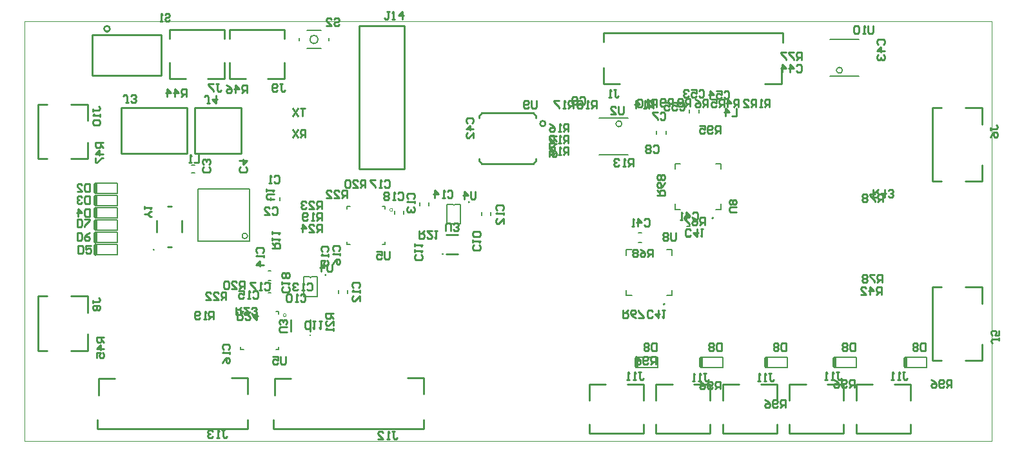
<source format=gbo>
G04*
G04 #@! TF.GenerationSoftware,Altium Limited,Altium Designer,19.1.5 (86)*
G04*
G04 Layer_Color=32896*
%FSLAX44Y44*%
%MOMM*%
G71*
G01*
G75*
%ADD10C,0.1524*%
%ADD11C,0.0000*%
%ADD12C,0.2000*%
%ADD13C,0.1270*%
%ADD15C,0.5000*%
%ADD16C,0.2540*%
%ADD17C,0.1000*%
%ADD111C,0.2032*%
D10*
X292464Y269048D02*
G03*
X292464Y269048I-3592J0D01*
G01*
X1073563Y486664D02*
G03*
X1073563Y486664I-3877J0D01*
G01*
X783911Y416306D02*
G03*
X783911Y416306I-3877J0D01*
G01*
X227440Y330480D02*
X295440D01*
X227440Y262480D02*
Y330480D01*
Y262480D02*
X295440D01*
Y330480D01*
D11*
X483060Y303310D02*
G03*
X483060Y303310I-2000J0D01*
G01*
X170300Y251120D02*
G03*
X170300Y251120I-1000J0D01*
G01*
X343360Y164880D02*
G03*
X343360Y164880I-2000J0D01*
G01*
D12*
X385230Y527050D02*
G03*
X385230Y527050I-5500J0D01*
G01*
X840310Y179430D02*
G03*
X840310Y179430I-1000J0D01*
G01*
X561685Y310890D02*
G03*
X564935Y310890I1625J0D01*
G01*
X373595Y215490D02*
G03*
X376845Y215490I1625J0D01*
G01*
X904220Y292560D02*
G03*
X904220Y292560I-1000J0D01*
G01*
X869220Y269340D02*
X873220D01*
X869220Y281840D02*
X873220D01*
X805720Y272950D02*
X809720D01*
X805720Y260450D02*
X809720D01*
X887730Y109620D02*
X916220D01*
Y96120D02*
Y109620D01*
X887730Y96120D02*
X916220D01*
X972820Y109620D02*
X1001310D01*
Y96120D02*
Y109620D01*
X972820Y96120D02*
X1001310D01*
X1062990Y109620D02*
X1091480D01*
Y96120D02*
Y109620D01*
X1062990Y96120D02*
X1091480D01*
X802640Y109620D02*
X831130D01*
Y96120D02*
Y109620D01*
X802640Y96120D02*
X831130D01*
X1155700Y109620D02*
X1184190D01*
Y96120D02*
Y109620D01*
X1155700Y96120D02*
X1184190D01*
X885090Y431070D02*
Y435070D01*
X872590Y431070D02*
Y435070D01*
X92830Y306005D02*
X121320D01*
Y292505D02*
Y306005D01*
X92830Y292505D02*
X121320D01*
X92830Y322113D02*
X121320D01*
Y308613D02*
Y322113D01*
X92830Y308613D02*
X121320D01*
X92830Y338220D02*
X121320D01*
Y324720D02*
Y338220D01*
X92830Y324720D02*
X121320D01*
X92830Y276418D02*
X121320D01*
Y289918D01*
X92830D02*
X121320D01*
X92830Y244204D02*
X121320D01*
Y257704D01*
X92830D02*
X121320D01*
X370230Y538800D02*
X389230D01*
X360480Y525550D02*
Y528800D01*
X370230Y515550D02*
X389230D01*
X398980Y525550D02*
Y528800D01*
X218980Y351870D02*
X222980D01*
X218980Y361870D02*
X222980D01*
X829410Y403130D02*
Y407130D01*
X841910Y403130D02*
Y407130D01*
X497740Y297720D02*
Y301720D01*
X485240Y297720D02*
Y301720D01*
X564935Y310890D02*
X572392D01*
X554104D02*
X561685D01*
X554104Y284890D02*
Y310890D01*
Y284890D02*
X572392D01*
Y310890D01*
X612040Y296450D02*
Y300450D01*
X599540Y296450D02*
Y300450D01*
X518260Y309150D02*
Y313150D01*
X530760Y309150D02*
Y313150D01*
X92830Y273811D02*
X121320D01*
Y260311D02*
Y273811D01*
X92830Y260311D02*
X121320D01*
X322680Y315500D02*
Y319500D01*
X335180Y315500D02*
Y319500D01*
X319310Y194410D02*
X323310D01*
X319310Y206910D02*
X323310D01*
X319310Y210920D02*
X323310D01*
X319310Y223420D02*
X323310D01*
X376845Y215490D02*
X384302D01*
X366014D02*
X373595D01*
X366014Y189490D02*
Y215490D01*
Y189490D02*
X384302D01*
Y215490D01*
X424080Y193580D02*
Y197580D01*
X411580Y193580D02*
Y197580D01*
D13*
X790010Y190880D02*
X797010D01*
X790010D02*
Y197880D01*
Y250880D02*
X797010D01*
X790010Y243880D02*
Y250880D01*
X843010D02*
X850010D01*
Y243880D02*
Y250880D01*
X843010Y190880D02*
X850010D01*
Y197880D01*
X473310Y304710D02*
Y308210D01*
Y258210D02*
Y261710D01*
X423310Y304710D02*
Y308210D01*
Y258210D02*
Y261710D01*
X469810Y308210D02*
X473310D01*
X469810Y258210D02*
X473310D01*
X423310Y308210D02*
X426810D01*
X423310Y258210D02*
X426810D01*
X333610Y166280D02*
Y169780D01*
Y119780D02*
Y123280D01*
X283610Y166280D02*
Y169780D01*
Y119780D02*
Y123280D01*
X330110Y169780D02*
X333610D01*
X330110Y119780D02*
X333610D01*
X283610Y169780D02*
X287110D01*
X283610Y119780D02*
X287110D01*
X913920Y304010D02*
Y311010D01*
X906920Y304010D02*
X913920D01*
Y357010D02*
Y364010D01*
X906920D02*
X913920D01*
X853920Y357010D02*
Y364010D01*
X860920D01*
X853920Y304010D02*
Y311010D01*
Y304010D02*
X860920D01*
D15*
X887980Y97640D02*
Y108140D01*
X973070Y97640D02*
Y108140D01*
X1063240Y97640D02*
Y108140D01*
X802890Y97640D02*
Y108140D01*
X1155950Y97640D02*
Y108140D01*
X93080Y294025D02*
Y304526D01*
Y310133D02*
Y320633D01*
Y326240D02*
Y336740D01*
Y277898D02*
Y288398D01*
Y245684D02*
Y256184D01*
Y261791D02*
Y272291D01*
D16*
X111760Y541020D02*
G03*
X111760Y541020I-3810J0D01*
G01*
X683804Y416560D02*
G03*
X683804Y416560I-3592J0D01*
G01*
X548779Y245410D02*
G03*
X548779Y245410I-359J0D01*
G01*
X583060Y313482D02*
G03*
X583078Y313368I359J0D01*
G01*
X374829Y138575D02*
G03*
X374829Y138575I-359J0D01*
G01*
X394970Y218082D02*
G03*
X394988Y217968I359J0D01*
G01*
X438658Y356870D02*
X498602D01*
Y544830D01*
X438658D02*
X498602D01*
X438658Y356870D02*
Y544830D01*
X223520Y377698D02*
X284480D01*
Y437642D01*
X223520D02*
X284480D01*
X223520Y377698D02*
Y437642D01*
X88392Y480060D02*
X179070D01*
X88392Y533400D02*
X179070D01*
X88392Y480060D02*
Y533400D01*
X179070Y480060D02*
Y533400D01*
X671322Y424180D02*
Y426720D01*
X667512Y430530D02*
X671322Y426720D01*
X600202Y430530D02*
X667512D01*
X596392Y426720D02*
X600202Y430530D01*
X596392Y424180D02*
Y426720D01*
X671322Y368046D02*
Y370586D01*
X667512Y364236D02*
X671322Y368046D01*
X600202Y364236D02*
X667512D01*
X596392Y368046D02*
X600202Y364236D01*
X596392Y368046D02*
Y370586D01*
X95412Y15772D02*
X292544D01*
X96746Y82042D02*
X118526D01*
X96746Y60134D02*
Y82042D01*
X292798Y61278D02*
Y82550D01*
X271526D02*
X292798D01*
X292544Y15772D02*
Y27622D01*
X95412Y15772D02*
Y28004D01*
X553500Y245410D02*
X568740D01*
X553500Y270810D02*
X568740D01*
X326552Y15772D02*
X523684D01*
X327886Y82042D02*
X349666D01*
X327886Y60134D02*
Y82042D01*
X523938Y61278D02*
Y82550D01*
X502666D02*
X523938D01*
X523684Y15772D02*
Y27622D01*
X326552Y15772D02*
Y28004D01*
X187260Y254950D02*
X192340D01*
X173290Y274000D02*
Y289240D01*
X187260Y308290D02*
X192340D01*
X206310Y274000D02*
Y289240D01*
X374470Y143655D02*
Y158895D01*
X349070Y143655D02*
Y158895D01*
X127000Y377698D02*
X213360D01*
Y437642D01*
X127000D02*
X213360D01*
X127000Y377698D02*
Y437642D01*
X1091470Y9656D02*
X1162970D01*
X1091470D02*
Y21888D01*
X1162970Y9656D02*
Y21506D01*
X1141698Y74656D02*
X1162970D01*
Y53384D02*
Y74656D01*
X1091470Y52748D02*
Y74656D01*
X1113250D01*
X1003840Y9656D02*
X1075340D01*
X1003840D02*
Y21888D01*
X1075340Y9656D02*
Y21506D01*
X1054068Y74656D02*
X1075340D01*
Y53384D02*
Y74656D01*
X1003840Y52748D02*
Y74656D01*
X1025620D01*
X828580Y9656D02*
X900080D01*
X828580D02*
Y21888D01*
X900080Y9656D02*
Y21506D01*
X878808Y74656D02*
X900080D01*
Y53384D02*
Y74656D01*
X828580Y52748D02*
Y74656D01*
X850360D01*
X916210Y9656D02*
X987710D01*
X916210D02*
Y21888D01*
X987710Y9656D02*
Y21506D01*
X966438Y74656D02*
X987710D01*
Y53384D02*
Y74656D01*
X916210Y52748D02*
Y74656D01*
X937990D01*
X740950Y9656D02*
X812450D01*
X740950D02*
Y21888D01*
X812450Y9656D02*
Y21506D01*
X791178Y74656D02*
X812450D01*
Y53384D02*
Y74656D01*
X740950Y52748D02*
Y74656D01*
X762730D01*
X971804Y469138D02*
X993584D01*
Y491046D01*
X760032Y468630D02*
Y489902D01*
Y468630D02*
X781304D01*
X760286Y523558D02*
Y535408D01*
X994918Y523176D02*
Y535408D01*
X760286D02*
X994918D01*
X17276Y118650D02*
Y190150D01*
X29508D01*
X17276Y118650D02*
X29126D01*
X82276D02*
Y139922D01*
X61004Y118650D02*
X82276D01*
X60368Y190150D02*
X82276D01*
Y168370D02*
Y190150D01*
X17296Y370550D02*
Y442050D01*
X29528D01*
X17296Y370550D02*
X29146D01*
X82296D02*
Y391822D01*
X61024Y370550D02*
X82296D01*
X60388Y442050D02*
X82296D01*
Y420270D02*
Y442050D01*
X190310Y540234D02*
X261810D01*
Y528002D02*
Y540234D01*
X190310Y528384D02*
Y540234D01*
Y475234D02*
X211582D01*
X190310D02*
Y496506D01*
X261810Y475234D02*
Y497142D01*
X240030Y475234D02*
X261810D01*
X1256538Y415354D02*
Y437134D01*
X1234630D02*
X1256538D01*
X1235266Y340678D02*
X1256538D01*
Y361950D01*
X1191538Y340678D02*
X1203388D01*
X1191538Y437388D02*
X1203770D01*
X1191538Y340678D02*
Y437388D01*
X268950Y540234D02*
X340450D01*
Y528002D02*
Y540234D01*
X268950Y528384D02*
Y540234D01*
Y475234D02*
X290222D01*
X268950D02*
Y496506D01*
X340450Y475234D02*
Y497142D01*
X318670Y475234D02*
X340450D01*
X1256538Y180404D02*
Y202184D01*
X1234630D02*
X1256538D01*
X1235266Y105728D02*
X1256538D01*
Y127000D01*
X1191538Y105728D02*
X1203388D01*
X1191538Y202438D02*
X1203770D01*
X1191538Y105728D02*
Y202438D01*
X877001Y298907D02*
X878668Y300573D01*
X882000D01*
X883666Y298907D01*
Y292242D01*
X882000Y290576D01*
X878668D01*
X877001Y292242D01*
X868671Y290576D02*
Y300573D01*
X873669Y295574D01*
X867005D01*
X863672Y290576D02*
X860340D01*
X862006D01*
Y300573D01*
X863672Y298907D01*
X813502Y290017D02*
X815168Y291683D01*
X818500D01*
X820166Y290017D01*
Y283352D01*
X818500Y281686D01*
X815168D01*
X813502Y283352D01*
X805171Y281686D02*
Y291683D01*
X810169Y286684D01*
X803505D01*
X800172Y281686D02*
X796840D01*
X798506D01*
Y291683D01*
X800172Y290017D01*
X368300Y398780D02*
Y408777D01*
X363302D01*
X361636Y407111D01*
Y403778D01*
X363302Y402112D01*
X368300D01*
X364968D02*
X361636Y398780D01*
X358303Y408777D02*
X351639Y398780D01*
Y408777D02*
X358303Y398780D01*
X368300Y436717D02*
X361636D01*
X364968D01*
Y426720D01*
X358303Y436717D02*
X351639Y426720D01*
Y436717D02*
X358303Y426720D01*
X828620Y100330D02*
Y110327D01*
X823622D01*
X821955Y108661D01*
Y105328D01*
X823622Y103662D01*
X828620D01*
X825288D02*
X821955Y100330D01*
X818623Y101996D02*
X816957Y100330D01*
X813625D01*
X811959Y101996D01*
Y108661D01*
X813625Y110327D01*
X816957D01*
X818623Y108661D01*
Y106994D01*
X816957Y105328D01*
X811959D01*
X801962Y110327D02*
X805294Y108661D01*
X808626Y105328D01*
Y101996D01*
X806960Y100330D01*
X803628D01*
X801962Y101996D01*
Y103662D01*
X803628Y105328D01*
X808626D01*
X913130Y67945D02*
Y77942D01*
X908132D01*
X906466Y76276D01*
Y72943D01*
X908132Y71277D01*
X913130D01*
X909798D02*
X906466Y67945D01*
X903133Y69611D02*
X901467Y67945D01*
X898135D01*
X896469Y69611D01*
Y76276D01*
X898135Y77942D01*
X901467D01*
X903133Y76276D01*
Y74609D01*
X901467Y72943D01*
X896469D01*
X886472Y77942D02*
X889804Y76276D01*
X893136Y72943D01*
Y69611D01*
X891470Y67945D01*
X888138D01*
X886472Y69611D01*
Y71277D01*
X888138Y72943D01*
X893136D01*
X998340Y43688D02*
Y53685D01*
X993342D01*
X991675Y52019D01*
Y48686D01*
X993342Y47020D01*
X998340D01*
X995008D02*
X991675Y43688D01*
X988343Y45354D02*
X986677Y43688D01*
X983345D01*
X981679Y45354D01*
Y52019D01*
X983345Y53685D01*
X986677D01*
X988343Y52019D01*
Y50353D01*
X986677Y48686D01*
X981679D01*
X971682Y53685D02*
X975014Y52019D01*
X978346Y48686D01*
Y45354D01*
X976680Y43688D01*
X973348D01*
X971682Y45354D01*
Y47020D01*
X973348Y48686D01*
X978346D01*
X1088970Y69850D02*
Y79847D01*
X1083972D01*
X1082306Y78181D01*
Y74848D01*
X1083972Y73182D01*
X1088970D01*
X1085638D02*
X1082306Y69850D01*
X1078973Y71516D02*
X1077307Y69850D01*
X1073975D01*
X1072309Y71516D01*
Y78181D01*
X1073975Y79847D01*
X1077307D01*
X1078973Y78181D01*
Y76515D01*
X1077307Y74848D01*
X1072309D01*
X1062312Y79847D02*
X1065644Y78181D01*
X1068976Y74848D01*
Y71516D01*
X1067310Y69850D01*
X1063978D01*
X1062312Y71516D01*
Y73182D01*
X1063978Y74848D01*
X1068976D01*
X1216660Y69850D02*
Y79847D01*
X1211662D01*
X1209995Y78181D01*
Y74848D01*
X1211662Y73182D01*
X1216660D01*
X1213328D02*
X1209995Y69850D01*
X1206663Y71516D02*
X1204997Y69850D01*
X1201665D01*
X1199999Y71516D01*
Y78181D01*
X1201665Y79847D01*
X1204997D01*
X1206663Y78181D01*
Y76515D01*
X1204997Y74848D01*
X1199999D01*
X1190002Y79847D02*
X1193334Y78181D01*
X1196666Y74848D01*
Y71516D01*
X1195000Y69850D01*
X1191668D01*
X1190002Y71516D01*
Y73182D01*
X1191668Y74848D01*
X1196666D01*
X479104Y563717D02*
X475772D01*
X477438D01*
Y555386D01*
X475772Y553720D01*
X474106D01*
X472440Y555386D01*
X482437Y553720D02*
X485769D01*
X484103D01*
Y563717D01*
X482437Y562051D01*
X495766Y553720D02*
Y563717D01*
X490767Y558718D01*
X497432D01*
X829564Y128361D02*
Y118364D01*
X824566D01*
X822899Y120030D01*
Y126695D01*
X824566Y128361D01*
X829564D01*
X819567Y126695D02*
X817901Y128361D01*
X814569D01*
X812903Y126695D01*
Y125028D01*
X814569Y123362D01*
X812903Y121696D01*
Y120030D01*
X814569Y118364D01*
X817901D01*
X819567Y120030D01*
Y121696D01*
X817901Y123362D01*
X819567Y125028D01*
Y126695D01*
X817901Y123362D02*
X814569D01*
X914654Y128361D02*
Y118364D01*
X909656D01*
X907990Y120030D01*
Y126695D01*
X909656Y128361D01*
X914654D01*
X904657Y126695D02*
X902991Y128361D01*
X899659D01*
X897993Y126695D01*
Y125028D01*
X899659Y123362D01*
X897993Y121696D01*
Y120030D01*
X899659Y118364D01*
X902991D01*
X904657Y120030D01*
Y121696D01*
X902991Y123362D01*
X904657Y125028D01*
Y126695D01*
X902991Y123362D02*
X899659D01*
X999744Y128361D02*
Y118364D01*
X994746D01*
X993080Y120030D01*
Y126695D01*
X994746Y128361D01*
X999744D01*
X989747Y126695D02*
X988081Y128361D01*
X984749D01*
X983083Y126695D01*
Y125028D01*
X984749Y123362D01*
X983083Y121696D01*
Y120030D01*
X984749Y118364D01*
X988081D01*
X989747Y120030D01*
Y121696D01*
X988081Y123362D01*
X989747Y125028D01*
Y126695D01*
X988081Y123362D02*
X984749D01*
X1089914Y128361D02*
Y118364D01*
X1084916D01*
X1083250Y120030D01*
Y126695D01*
X1084916Y128361D01*
X1089914D01*
X1079917Y126695D02*
X1078251Y128361D01*
X1074919D01*
X1073253Y126695D01*
Y125028D01*
X1074919Y123362D01*
X1073253Y121696D01*
Y120030D01*
X1074919Y118364D01*
X1078251D01*
X1079917Y120030D01*
Y121696D01*
X1078251Y123362D01*
X1079917Y125028D01*
Y126695D01*
X1078251Y123362D02*
X1074919D01*
X1182624Y128361D02*
Y118364D01*
X1177626D01*
X1175959Y120030D01*
Y126695D01*
X1177626Y128361D01*
X1182624D01*
X1172627Y126695D02*
X1170961Y128361D01*
X1167629D01*
X1165963Y126695D01*
Y125028D01*
X1167629Y123362D01*
X1165963Y121696D01*
Y120030D01*
X1167629Y118364D01*
X1170961D01*
X1172627Y120030D01*
Y121696D01*
X1170961Y123362D01*
X1172627Y125028D01*
Y126695D01*
X1170961Y123362D02*
X1167629D01*
X913130Y403860D02*
Y413857D01*
X908132D01*
X906466Y412191D01*
Y408858D01*
X908132Y407192D01*
X913130D01*
X909798D02*
X906466Y403860D01*
X903133Y405526D02*
X901467Y403860D01*
X898135D01*
X896469Y405526D01*
Y412191D01*
X898135Y413857D01*
X901467D01*
X903133Y412191D01*
Y410524D01*
X901467Y408858D01*
X896469D01*
X886472Y413857D02*
X893136D01*
Y408858D01*
X889804Y410524D01*
X888138D01*
X886472Y408858D01*
Y405526D01*
X888138Y403860D01*
X891470D01*
X893136Y405526D01*
X934720Y436717D02*
Y426720D01*
X928055D01*
X919725D02*
Y436717D01*
X924723Y431718D01*
X918059D01*
X859475Y442671D02*
X861142Y444337D01*
X864474D01*
X866140Y442671D01*
Y436006D01*
X864474Y434340D01*
X861142D01*
X859475Y436006D01*
X849479Y444337D02*
X856143D01*
Y439338D01*
X852811Y441004D01*
X851145D01*
X849479Y439338D01*
Y436006D01*
X851145Y434340D01*
X854477D01*
X856143Y436006D01*
X839482Y444337D02*
X846146D01*
Y439338D01*
X842814Y441004D01*
X841148D01*
X839482Y439338D01*
Y436006D01*
X841148Y434340D01*
X844480D01*
X846146Y436006D01*
X917896Y457911D02*
X919562Y459577D01*
X922894D01*
X924560Y457911D01*
Y451246D01*
X922894Y449580D01*
X919562D01*
X917896Y451246D01*
X907899Y459577D02*
X914563D01*
Y454578D01*
X911231Y456245D01*
X909565D01*
X907899Y454578D01*
Y451246D01*
X909565Y449580D01*
X912897D01*
X914563Y451246D01*
X899568Y449580D02*
Y459577D01*
X904566Y454578D01*
X897902D01*
X884875Y459181D02*
X886542Y460847D01*
X889874D01*
X891540Y459181D01*
Y452516D01*
X889874Y450850D01*
X886542D01*
X884875Y452516D01*
X874879Y460847D02*
X881543D01*
Y455848D01*
X878211Y457514D01*
X876545D01*
X874879Y455848D01*
Y452516D01*
X876545Y450850D01*
X879877D01*
X881543Y452516D01*
X871546Y459181D02*
X869880Y460847D01*
X866548D01*
X864882Y459181D01*
Y457514D01*
X866548Y455848D01*
X868214D01*
X866548D01*
X864882Y454182D01*
Y452516D01*
X866548Y450850D01*
X869880D01*
X871546Y452516D01*
X854710Y272887D02*
Y264556D01*
X853044Y262890D01*
X849712D01*
X848046Y264556D01*
Y272887D01*
X844713Y271221D02*
X843047Y272887D01*
X839715D01*
X838049Y271221D01*
Y269555D01*
X839715Y267888D01*
X838049Y266222D01*
Y264556D01*
X839715Y262890D01*
X843047D01*
X844713Y264556D01*
Y266222D01*
X843047Y267888D01*
X844713Y269555D01*
Y271221D01*
X843047Y267888D02*
X839715D01*
X258766Y13807D02*
X262098D01*
X260432D01*
Y5476D01*
X262098Y3810D01*
X263764D01*
X265430Y5476D01*
X255433Y3810D02*
X252101D01*
X253767D01*
Y13807D01*
X255433Y12141D01*
X247103D02*
X245436Y13807D01*
X242104D01*
X240438Y12141D01*
Y10474D01*
X242104Y8808D01*
X243770D01*
X242104D01*
X240438Y7142D01*
Y5476D01*
X242104Y3810D01*
X245436D01*
X247103Y5476D01*
X482285Y12537D02*
X485618D01*
X483952D01*
Y4206D01*
X485618Y2540D01*
X487284D01*
X488950Y4206D01*
X478953Y2540D02*
X475621D01*
X477287D01*
Y12537D01*
X478953Y10871D01*
X463958Y2540D02*
X470623D01*
X463958Y9204D01*
Y10871D01*
X465624Y12537D01*
X468956D01*
X470623Y10871D01*
X773115Y460847D02*
X776448D01*
X774782D01*
Y452516D01*
X776448Y450850D01*
X778114D01*
X779780Y452516D01*
X769783Y450850D02*
X766451D01*
X768117D01*
Y460847D01*
X769783Y459181D01*
X1126490Y313690D02*
Y323687D01*
X1121492D01*
X1119826Y322021D01*
Y318688D01*
X1121492Y317022D01*
X1126490D01*
X1123158D02*
X1119826Y313690D01*
X1116493Y323687D02*
X1109829D01*
Y322021D01*
X1116493Y315356D01*
Y313690D01*
X1106496Y322021D02*
X1104830Y323687D01*
X1101498D01*
X1099832Y322021D01*
Y320354D01*
X1101498Y318688D01*
X1099832Y317022D01*
Y315356D01*
X1101498Y313690D01*
X1104830D01*
X1106496Y315356D01*
Y317022D01*
X1104830Y318688D01*
X1106496Y320354D01*
Y322021D01*
X1104830Y318688D02*
X1101498D01*
X166777Y294320D02*
X165111D01*
X161778Y297652D01*
X165111Y300984D01*
X166777D01*
X161778Y297652D02*
X156780D01*
Y304317D02*
Y307649D01*
Y305983D01*
X166777D01*
X165111Y304317D01*
X478790Y248757D02*
Y240426D01*
X477124Y238760D01*
X473792D01*
X472126Y240426D01*
Y248757D01*
X462129D02*
X468793D01*
Y243758D01*
X465461Y245424D01*
X463795D01*
X462129Y243758D01*
Y240426D01*
X463795Y238760D01*
X467127D01*
X468793Y240426D01*
X342422Y110327D02*
Y101996D01*
X340756Y100330D01*
X337424D01*
X335758Y101996D01*
Y110327D01*
X325761D02*
X332425D01*
Y105328D01*
X329093Y106994D01*
X327427D01*
X325761Y105328D01*
Y101996D01*
X327427Y100330D01*
X330759D01*
X332425Y101996D01*
X671830Y446877D02*
Y438546D01*
X670164Y436880D01*
X666832D01*
X665165Y438546D01*
Y446877D01*
X661833Y438546D02*
X660167Y436880D01*
X656835D01*
X655169Y438546D01*
Y445211D01*
X656835Y446877D01*
X660167D01*
X661833Y445211D01*
Y443545D01*
X660167Y441878D01*
X655169D01*
X1113790Y544667D02*
Y536336D01*
X1112124Y534670D01*
X1108792D01*
X1107125Y536336D01*
Y544667D01*
X1103793Y534670D02*
X1100461D01*
X1102127D01*
Y544667D01*
X1103793Y543001D01*
X1095463D02*
X1093796Y544667D01*
X1090464D01*
X1088798Y543001D01*
Y536336D01*
X1090464Y534670D01*
X1093796D01*
X1095463Y536336D01*
Y543001D01*
X934707Y300130D02*
X926376D01*
X924710Y301796D01*
Y305128D01*
X926376Y306794D01*
X934707D01*
X933041Y310127D02*
X934707Y311793D01*
Y315125D01*
X933041Y316791D01*
X931375D01*
X929708Y315125D01*
X928042Y316791D01*
X926376D01*
X924710Y315125D01*
Y311793D01*
X926376Y310127D01*
X928042D01*
X929708Y311793D01*
X931375Y310127D01*
X933041D01*
X929708Y311793D02*
Y315125D01*
X403730Y232097D02*
Y223766D01*
X402064Y222100D01*
X398732D01*
X397066Y223766D01*
Y232097D01*
X388735Y222100D02*
Y232097D01*
X393733Y227098D01*
X387069D01*
X591820Y327497D02*
Y319166D01*
X590154Y317500D01*
X586822D01*
X585155Y319166D01*
Y327497D01*
X576825Y317500D02*
Y327497D01*
X581823Y322498D01*
X575159D01*
X344127Y142605D02*
X335796D01*
X334130Y144271D01*
Y147604D01*
X335796Y149270D01*
X344127D01*
X342461Y152602D02*
X344127Y154268D01*
Y157600D01*
X342461Y159266D01*
X340794D01*
X339128Y157600D01*
Y155934D01*
Y157600D01*
X337462Y159266D01*
X335796D01*
X334130Y157600D01*
Y154268D01*
X335796Y152602D01*
X552450Y275753D02*
Y284084D01*
X554116Y285750D01*
X557448D01*
X559114Y284084D01*
Y275753D01*
X562447Y277419D02*
X564113Y275753D01*
X567445D01*
X569111Y277419D01*
Y279086D01*
X567445Y280752D01*
X565779D01*
X567445D01*
X569111Y282418D01*
Y284084D01*
X567445Y285750D01*
X564113D01*
X562447Y284084D01*
X786130Y439257D02*
Y430926D01*
X784464Y429260D01*
X781132D01*
X779465Y430926D01*
Y439257D01*
X769469Y429260D02*
X776133D01*
X769469Y435924D01*
Y437591D01*
X771135Y439257D01*
X774467D01*
X776133Y437591D01*
X327497Y317500D02*
X319166D01*
X317500Y319166D01*
Y322498D01*
X319166Y324165D01*
X327497D01*
X317500Y327497D02*
Y330829D01*
Y329163D01*
X327497D01*
X325831Y327497D01*
X406086Y553161D02*
X407752Y554827D01*
X411084D01*
X412750Y553161D01*
Y551494D01*
X411084Y549828D01*
X407752D01*
X406086Y548162D01*
Y546496D01*
X407752Y544830D01*
X411084D01*
X412750Y546496D01*
X396089Y544830D02*
X402753D01*
X396089Y551494D01*
Y553161D01*
X397755Y554827D01*
X401087D01*
X402753Y553161D01*
X183836Y559511D02*
X185502Y561177D01*
X188834D01*
X190500Y559511D01*
Y557845D01*
X188834Y556178D01*
X185502D01*
X183836Y554512D01*
Y552846D01*
X185502Y551180D01*
X188834D01*
X190500Y552846D01*
X180503Y551180D02*
X177171D01*
X178837D01*
Y561177D01*
X180503Y559511D01*
X1125910Y208280D02*
Y218277D01*
X1120912D01*
X1119246Y216611D01*
Y213278D01*
X1120912Y211612D01*
X1125910D01*
X1122578D02*
X1119246Y208280D01*
X1115913Y218277D02*
X1109249D01*
Y216611D01*
X1115913Y209946D01*
Y208280D01*
X1105916Y216611D02*
X1104250Y218277D01*
X1100918D01*
X1099252Y216611D01*
Y214944D01*
X1100918Y213278D01*
X1099252Y211612D01*
Y209946D01*
X1100918Y208280D01*
X1104250D01*
X1105916Y209946D01*
Y211612D01*
X1104250Y213278D01*
X1105916Y214944D01*
Y216611D01*
X1104250Y213278D02*
X1100918D01*
X1019810Y500380D02*
Y510377D01*
X1014812D01*
X1013146Y508711D01*
Y505378D01*
X1014812Y503712D01*
X1019810D01*
X1016478D02*
X1013146Y500380D01*
X1009813Y510377D02*
X1003149D01*
Y508711D01*
X1009813Y502046D01*
Y500380D01*
X999816Y510377D02*
X993152D01*
Y508711D01*
X999816Y502046D01*
Y500380D01*
X698500Y400050D02*
X688503D01*
Y395052D01*
X690169Y393386D01*
X693502D01*
X695168Y395052D01*
Y400050D01*
Y396718D02*
X698500Y393386D01*
X688503Y390053D02*
Y383389D01*
X690169D01*
X696834Y390053D01*
X698500D01*
X688503Y373392D02*
Y380056D01*
X693502D01*
X691835Y376724D01*
Y375058D01*
X693502Y373392D01*
X696834D01*
X698500Y375058D01*
Y378390D01*
X696834Y380056D01*
X824540Y241560D02*
Y251557D01*
X819542D01*
X817876Y249891D01*
Y246558D01*
X819542Y244892D01*
X824540D01*
X821208D02*
X817876Y241560D01*
X807879Y251557D02*
X811211Y249891D01*
X814543Y246558D01*
Y243226D01*
X812877Y241560D01*
X809545D01*
X807879Y243226D01*
Y244892D01*
X809545Y246558D01*
X814543D01*
X804546Y249891D02*
X802880Y251557D01*
X799548D01*
X797882Y249891D01*
Y248225D01*
X799548Y246558D01*
X797882Y244892D01*
Y243226D01*
X799548Y241560D01*
X802880D01*
X804546Y243226D01*
Y244892D01*
X802880Y246558D01*
X804546Y248225D01*
Y249891D01*
X802880Y246558D02*
X799548D01*
X830580Y322580D02*
X840577D01*
Y327578D01*
X838911Y329244D01*
X835578D01*
X833912Y327578D01*
Y322580D01*
Y325912D02*
X830580Y329244D01*
X840577Y339241D02*
X838911Y335909D01*
X835578Y332577D01*
X832246D01*
X830580Y334243D01*
Y337575D01*
X832246Y339241D01*
X833912D01*
X835578Y337575D01*
Y332577D01*
X838911Y342574D02*
X840577Y344240D01*
Y347572D01*
X838911Y349238D01*
X837244D01*
X835578Y347572D01*
X833912Y349238D01*
X832246D01*
X830580Y347572D01*
Y344240D01*
X832246Y342574D01*
X833912D01*
X835578Y344240D01*
X837244Y342574D01*
X838911D01*
X835578Y344240D02*
Y347572D01*
X785550Y171450D02*
Y161453D01*
X790548D01*
X792215Y163119D01*
Y166452D01*
X790548Y168118D01*
X785550D01*
X788882D02*
X792215Y171450D01*
X802211Y161453D02*
X798879Y163119D01*
X795547Y166452D01*
Y169784D01*
X797213Y171450D01*
X800545D01*
X802211Y169784D01*
Y168118D01*
X800545Y166452D01*
X795547D01*
X805544Y161453D02*
X812208D01*
Y163119D01*
X805544Y169784D01*
Y171450D01*
X892810Y283210D02*
Y293207D01*
X887812D01*
X886145Y291541D01*
Y288208D01*
X887812Y286542D01*
X892810D01*
X889478D02*
X886145Y283210D01*
X876149Y293207D02*
X879481Y291541D01*
X882813Y288208D01*
Y284876D01*
X881147Y283210D01*
X877815D01*
X876149Y284876D01*
Y286542D01*
X877815Y288208D01*
X882813D01*
X872816Y293207D02*
X866152D01*
Y291541D01*
X872816Y284876D01*
Y283210D01*
X102870Y391850D02*
X92873D01*
Y386852D01*
X94539Y385186D01*
X97872D01*
X99538Y386852D01*
Y391850D01*
Y388518D02*
X102870Y385186D01*
Y376855D02*
X92873D01*
X97872Y381853D01*
Y375189D01*
X92873Y371856D02*
Y365192D01*
X94539D01*
X101204Y371856D01*
X102870D01*
X291520Y457200D02*
Y467197D01*
X286522D01*
X284855Y465531D01*
Y462198D01*
X286522Y460532D01*
X291520D01*
X288188D02*
X284855Y457200D01*
X276525D02*
Y467197D01*
X281523Y462198D01*
X274859D01*
X264862Y467197D02*
X268194Y465531D01*
X271526Y462198D01*
Y458866D01*
X269860Y457200D01*
X266528D01*
X264862Y458866D01*
Y460532D01*
X266528Y462198D01*
X271526D01*
X104140Y136000D02*
X94143D01*
Y131002D01*
X95809Y129335D01*
X99142D01*
X100808Y131002D01*
Y136000D01*
Y132668D02*
X104140Y129335D01*
Y121005D02*
X94143D01*
X99142Y126003D01*
Y119339D01*
X94143Y109342D02*
Y116006D01*
X99142D01*
X97476Y112674D01*
Y111008D01*
X99142Y109342D01*
X102474D01*
X104140Y111008D01*
Y114340D01*
X102474Y116006D01*
X212090Y452120D02*
Y462117D01*
X207092D01*
X205425Y460451D01*
Y457118D01*
X207092Y455452D01*
X212090D01*
X208758D02*
X205425Y452120D01*
X197095D02*
Y462117D01*
X202093Y457118D01*
X195429D01*
X187098Y452120D02*
Y462117D01*
X192096Y457118D01*
X185432D01*
X1113790Y330200D02*
Y320203D01*
X1118788D01*
X1120454Y321869D01*
Y325202D01*
X1118788Y326868D01*
X1113790D01*
X1117122D02*
X1120454Y330200D01*
X1128785D02*
Y320203D01*
X1123787Y325202D01*
X1130451D01*
X1133784Y321869D02*
X1135450Y320203D01*
X1138782D01*
X1140448Y321869D01*
Y323535D01*
X1138782Y325202D01*
X1137116D01*
X1138782D01*
X1140448Y326868D01*
Y328534D01*
X1138782Y330200D01*
X1135450D01*
X1133784Y328534D01*
X1124640Y191770D02*
Y201767D01*
X1119642D01*
X1117975Y200101D01*
Y196768D01*
X1119642Y195102D01*
X1124640D01*
X1121308D02*
X1117975Y191770D01*
X1109645D02*
Y201767D01*
X1114643Y196768D01*
X1107979D01*
X1097982Y191770D02*
X1104646D01*
X1097982Y198435D01*
Y200101D01*
X1099648Y201767D01*
X1102980D01*
X1104646Y200101D01*
X279400Y168910D02*
Y158913D01*
X284398D01*
X286064Y160579D01*
Y163912D01*
X284398Y165578D01*
X279400D01*
X282732D02*
X286064Y168910D01*
X296061D02*
X289397D01*
X296061Y162246D01*
Y160579D01*
X294395Y158913D01*
X291063D01*
X289397Y160579D01*
X304392Y168910D02*
Y158913D01*
X299394Y163912D01*
X306058D01*
X389890Y274320D02*
Y284317D01*
X384892D01*
X383226Y282651D01*
Y279318D01*
X384892Y277652D01*
X389890D01*
X386558D02*
X383226Y274320D01*
X373229D02*
X379893D01*
X373229Y280984D01*
Y282651D01*
X374895Y284317D01*
X378227D01*
X379893Y282651D01*
X364898Y274320D02*
Y284317D01*
X369896Y279318D01*
X363232D01*
X277765Y175380D02*
Y165383D01*
X282763D01*
X284429Y167049D01*
Y170382D01*
X282763Y172048D01*
X277765D01*
X281097D02*
X284429Y175380D01*
X294426D02*
X287762D01*
X294426Y168715D01*
Y167049D01*
X292760Y165383D01*
X289428D01*
X287762Y167049D01*
X297759D02*
X299425Y165383D01*
X302757D01*
X304423Y167049D01*
Y168715D01*
X302757Y170382D01*
X301091D01*
X302757D01*
X304423Y172048D01*
Y173714D01*
X302757Y175380D01*
X299425D01*
X297759Y173714D01*
X389890Y304800D02*
Y314797D01*
X384892D01*
X383226Y313131D01*
Y309798D01*
X384892Y308132D01*
X389890D01*
X386558D02*
X383226Y304800D01*
X373229D02*
X379893D01*
X373229Y311465D01*
Y313131D01*
X374895Y314797D01*
X378227D01*
X379893Y313131D01*
X369896D02*
X368230Y314797D01*
X364898D01*
X363232Y313131D01*
Y311465D01*
X364898Y309798D01*
X366564D01*
X364898D01*
X363232Y308132D01*
Y306466D01*
X364898Y304800D01*
X368230D01*
X369896Y306466D01*
X264160Y185420D02*
Y195417D01*
X259162D01*
X257495Y193751D01*
Y190418D01*
X259162Y188752D01*
X264160D01*
X260828D02*
X257495Y185420D01*
X247499D02*
X254163D01*
X247499Y192085D01*
Y193751D01*
X249165Y195417D01*
X252497D01*
X254163Y193751D01*
X237502Y185420D02*
X244166D01*
X237502Y192085D01*
Y193751D01*
X239168Y195417D01*
X242500D01*
X244166Y193751D01*
X422910Y318770D02*
Y328767D01*
X417912D01*
X416245Y327101D01*
Y323768D01*
X417912Y322102D01*
X422910D01*
X419578D02*
X416245Y318770D01*
X406249D02*
X412913D01*
X406249Y325434D01*
Y327101D01*
X407915Y328767D01*
X411247D01*
X412913Y327101D01*
X396252Y318770D02*
X402916D01*
X396252Y325434D01*
Y327101D01*
X397918Y328767D01*
X401250D01*
X402916Y327101D01*
X405130Y167640D02*
X395133D01*
Y162642D01*
X396799Y160975D01*
X400132D01*
X401798Y162642D01*
Y167640D01*
Y164308D02*
X405130Y160975D01*
Y150979D02*
Y157643D01*
X398465Y150979D01*
X396799D01*
X395133Y152645D01*
Y155977D01*
X396799Y157643D01*
X405130Y147646D02*
Y144314D01*
Y145980D01*
X395133D01*
X396799Y147646D01*
X518160Y275590D02*
Y265593D01*
X523158D01*
X524824Y267259D01*
Y270592D01*
X523158Y272258D01*
X518160D01*
X521492D02*
X524824Y275590D01*
X534821D02*
X528157D01*
X534821Y268925D01*
Y267259D01*
X533155Y265593D01*
X529823D01*
X528157Y267259D01*
X538154Y275590D02*
X541486D01*
X539820D01*
Y265593D01*
X538154Y267259D01*
X288290Y199970D02*
Y209967D01*
X283292D01*
X281625Y208301D01*
Y204968D01*
X283292Y203302D01*
X288290D01*
X284958D02*
X281625Y199970D01*
X271629D02*
X278293D01*
X271629Y206635D01*
Y208301D01*
X273295Y209967D01*
X276627D01*
X278293Y208301D01*
X268296D02*
X266630Y209967D01*
X263298D01*
X261632Y208301D01*
Y201636D01*
X263298Y199970D01*
X266630D01*
X268296Y201636D01*
Y208301D01*
X447040Y332740D02*
Y342737D01*
X442042D01*
X440376Y341071D01*
Y337738D01*
X442042Y336072D01*
X447040D01*
X443708D02*
X440376Y332740D01*
X430379D02*
X437043D01*
X430379Y339404D01*
Y341071D01*
X432045Y342737D01*
X435377D01*
X437043Y341071D01*
X427046D02*
X425380Y342737D01*
X422048D01*
X420382Y341071D01*
Y334406D01*
X422048Y332740D01*
X425380D01*
X427046Y334406D01*
Y341071D01*
X248015Y159900D02*
Y169897D01*
X243017D01*
X241351Y168231D01*
Y164898D01*
X243017Y163232D01*
X248015D01*
X244683D02*
X241351Y159900D01*
X238018D02*
X234686D01*
X236352D01*
Y169897D01*
X238018Y168231D01*
X229688Y161566D02*
X228022Y159900D01*
X224689D01*
X223023Y161566D01*
Y168231D01*
X224689Y169897D01*
X228022D01*
X229688Y168231D01*
Y166565D01*
X228022Y164898D01*
X223023D01*
X389890Y289560D02*
Y299557D01*
X384892D01*
X383226Y297891D01*
Y294558D01*
X384892Y292892D01*
X389890D01*
X386558D02*
X383226Y289560D01*
X379893D02*
X376561D01*
X378227D01*
Y299557D01*
X379893Y297891D01*
X371563Y291226D02*
X369896Y289560D01*
X366564D01*
X364898Y291226D01*
Y297891D01*
X366564Y299557D01*
X369896D01*
X371563Y297891D01*
Y296224D01*
X369896Y294558D01*
X364898D01*
X750570Y436880D02*
Y446877D01*
X745572D01*
X743905Y445211D01*
Y441878D01*
X745572Y440212D01*
X750570D01*
X747238D02*
X743905Y436880D01*
X740573D02*
X737241D01*
X738907D01*
Y446877D01*
X740573Y445211D01*
X732243D02*
X730576Y446877D01*
X727244D01*
X725578Y445211D01*
Y443545D01*
X727244Y441878D01*
X725578Y440212D01*
Y438546D01*
X727244Y436880D01*
X730576D01*
X732243Y438546D01*
Y440212D01*
X730576Y441878D01*
X732243Y443545D01*
Y445211D01*
X730576Y441878D02*
X727244D01*
X720090Y436880D02*
Y446877D01*
X715092D01*
X713426Y445211D01*
Y441878D01*
X715092Y440212D01*
X720090D01*
X716758D02*
X713426Y436880D01*
X710093D02*
X706761D01*
X708427D01*
Y446877D01*
X710093Y445211D01*
X701763Y446877D02*
X695098D01*
Y445211D01*
X701763Y438546D01*
Y436880D01*
X713740Y406400D02*
Y416397D01*
X708742D01*
X707076Y414731D01*
Y411398D01*
X708742Y409732D01*
X713740D01*
X710408D02*
X707076Y406400D01*
X703743D02*
X700411D01*
X702077D01*
Y416397D01*
X703743Y414731D01*
X688748Y416397D02*
X692080Y414731D01*
X695413Y411398D01*
Y408066D01*
X693746Y406400D01*
X690414D01*
X688748Y408066D01*
Y409732D01*
X690414Y411398D01*
X695413D01*
X713740Y375920D02*
Y385917D01*
X708742D01*
X707076Y384251D01*
Y380918D01*
X708742Y379252D01*
X713740D01*
X710408D02*
X707076Y375920D01*
X703743D02*
X700411D01*
X702077D01*
Y385917D01*
X703743Y384251D01*
X688748Y385917D02*
X695413D01*
Y380918D01*
X692080Y382584D01*
X690414D01*
X688748Y380918D01*
Y377586D01*
X690414Y375920D01*
X693746D01*
X695413Y377586D01*
X825500Y436880D02*
Y446877D01*
X820502D01*
X818836Y445211D01*
Y441878D01*
X820502Y440212D01*
X825500D01*
X822168D02*
X818836Y436880D01*
X815503D02*
X812171D01*
X813837D01*
Y446877D01*
X815503Y445211D01*
X802174Y436880D02*
Y446877D01*
X807173Y441878D01*
X800508D01*
X798830Y360680D02*
Y370677D01*
X793832D01*
X792166Y369011D01*
Y365678D01*
X793832Y364012D01*
X798830D01*
X795498D02*
X792166Y360680D01*
X788833D02*
X785501D01*
X787167D01*
Y370677D01*
X788833Y369011D01*
X780503D02*
X778836Y370677D01*
X775504D01*
X773838Y369011D01*
Y367345D01*
X775504Y365678D01*
X777170D01*
X775504D01*
X773838Y364012D01*
Y362346D01*
X775504Y360680D01*
X778836D01*
X780503Y362346D01*
X713740Y391160D02*
Y401157D01*
X708742D01*
X707076Y399491D01*
Y396158D01*
X708742Y394492D01*
X713740D01*
X710408D02*
X707076Y391160D01*
X703743D02*
X700411D01*
X702077D01*
Y401157D01*
X703743Y399491D01*
X688748Y391160D02*
X695413D01*
X688748Y397825D01*
Y399491D01*
X690414Y401157D01*
X693746D01*
X695413Y399491D01*
X325120Y253310D02*
X335117D01*
Y258308D01*
X333451Y259974D01*
X330118D01*
X328452Y258308D01*
Y253310D01*
Y256642D02*
X325120Y259974D01*
Y263307D02*
Y266639D01*
Y264973D01*
X335117D01*
X333451Y263307D01*
X325120Y271637D02*
Y274970D01*
Y273304D01*
X335117D01*
X333451Y271637D01*
X829310Y438730D02*
Y448727D01*
X824312D01*
X822645Y447061D01*
Y443728D01*
X824312Y442062D01*
X829310D01*
X825978D02*
X822645Y438730D01*
X819313D02*
X815981D01*
X817647D01*
Y448727D01*
X819313Y447061D01*
X810983D02*
X809316Y448727D01*
X805984D01*
X804318Y447061D01*
Y440396D01*
X805984Y438730D01*
X809316D01*
X810983Y440396D01*
Y447061D01*
X850900Y439420D02*
Y449417D01*
X845902D01*
X844236Y447751D01*
Y444418D01*
X845902Y442752D01*
X850900D01*
X847568D02*
X844236Y439420D01*
X840903Y441086D02*
X839237Y439420D01*
X835905D01*
X834239Y441086D01*
Y447751D01*
X835905Y449417D01*
X839237D01*
X840903Y447751D01*
Y446085D01*
X839237Y444418D01*
X834239D01*
X873760Y439420D02*
Y449417D01*
X868762D01*
X867095Y447751D01*
Y444418D01*
X868762Y442752D01*
X873760D01*
X870428D02*
X867095Y439420D01*
X863763Y447751D02*
X862097Y449417D01*
X858765D01*
X857099Y447751D01*
Y446085D01*
X858765Y444418D01*
X857099Y442752D01*
Y441086D01*
X858765Y439420D01*
X862097D01*
X863763Y441086D01*
Y442752D01*
X862097Y444418D01*
X863763Y446085D01*
Y447751D01*
X862097Y444418D02*
X858765D01*
X896620Y438150D02*
Y448147D01*
X891622D01*
X889956Y446481D01*
Y443148D01*
X891622Y441482D01*
X896620D01*
X893288D02*
X889956Y438150D01*
X879959Y448147D02*
X883291Y446481D01*
X886623Y443148D01*
Y439816D01*
X884957Y438150D01*
X881625D01*
X879959Y439816D01*
Y441482D01*
X881625Y443148D01*
X886623D01*
X918210Y438150D02*
Y448147D01*
X913212D01*
X911545Y446481D01*
Y443148D01*
X913212Y441482D01*
X918210D01*
X914878D02*
X911545Y438150D01*
X901549Y448147D02*
X908213D01*
Y443148D01*
X904881Y444814D01*
X903215D01*
X901549Y443148D01*
Y439816D01*
X903215Y438150D01*
X906547D01*
X908213Y439816D01*
X937260Y438150D02*
Y448147D01*
X932262D01*
X930595Y446481D01*
Y443148D01*
X932262Y441482D01*
X937260D01*
X933928D02*
X930595Y438150D01*
X922265D02*
Y448147D01*
X927263Y443148D01*
X920599D01*
X960120Y438150D02*
Y448147D01*
X955122D01*
X953456Y446481D01*
Y443148D01*
X955122Y441482D01*
X960120D01*
X956788D02*
X953456Y438150D01*
X943459D02*
X950123D01*
X943459Y444814D01*
Y446481D01*
X945125Y448147D01*
X948457D01*
X950123Y446481D01*
X977900Y438150D02*
Y448147D01*
X972902D01*
X971236Y446481D01*
Y443148D01*
X972902Y441482D01*
X977900D01*
X974568D02*
X971236Y438150D01*
X967903D02*
X964571D01*
X966237D01*
Y448147D01*
X967903Y446481D01*
X228600Y375757D02*
Y365760D01*
X221936D01*
X218603D02*
X215271D01*
X216937D01*
Y375757D01*
X218603Y374091D01*
X805695Y89987D02*
X809028D01*
X807362D01*
Y81656D01*
X809028Y79990D01*
X810694D01*
X812360Y81656D01*
X802363Y79990D02*
X799031D01*
X800697D01*
Y89987D01*
X802363Y88321D01*
X794033Y79990D02*
X790700D01*
X792366D01*
Y89987D01*
X794033Y88321D01*
X891415Y88737D02*
X894748D01*
X893082D01*
Y80406D01*
X894748Y78740D01*
X896414D01*
X898080Y80406D01*
X888083Y78740D02*
X884751D01*
X886417D01*
Y88737D01*
X888083Y87071D01*
X879753Y78740D02*
X876420D01*
X878086D01*
Y88737D01*
X879753Y87071D01*
X977046Y88717D02*
X980378D01*
X978712D01*
Y80386D01*
X980378Y78720D01*
X982044D01*
X983710Y80386D01*
X973713Y78720D02*
X970381D01*
X972047D01*
Y88717D01*
X973713Y87051D01*
X965383Y78720D02*
X962050D01*
X963716D01*
Y88717D01*
X965383Y87051D01*
X1065406Y90007D02*
X1068738D01*
X1067072D01*
Y81676D01*
X1068738Y80010D01*
X1070404D01*
X1072070Y81676D01*
X1062073Y80010D02*
X1058741D01*
X1060407D01*
Y90007D01*
X1062073Y88341D01*
X1053743Y80010D02*
X1050410D01*
X1052076D01*
Y90007D01*
X1053743Y88341D01*
X1152405Y89987D02*
X1155738D01*
X1154072D01*
Y81656D01*
X1155738Y79990D01*
X1157404D01*
X1159070Y81656D01*
X1149073Y79990D02*
X1145741D01*
X1147407D01*
Y89987D01*
X1149073Y88321D01*
X1140743Y79990D02*
X1137410D01*
X1139076D01*
Y89987D01*
X1140743Y88321D01*
X89063Y432655D02*
Y435988D01*
Y434322D01*
X97394D01*
X99060Y435988D01*
Y437654D01*
X97394Y439320D01*
X99060Y429323D02*
Y425991D01*
Y427657D01*
X89063D01*
X90729Y429323D01*
Y420993D02*
X89063Y419326D01*
Y415994D01*
X90729Y414328D01*
X97394D01*
X99060Y415994D01*
Y419326D01*
X97394Y420993D01*
X90729D01*
X334865Y468467D02*
X338198D01*
X336532D01*
Y460136D01*
X338198Y458470D01*
X339864D01*
X341530Y460136D01*
X331533D02*
X329867Y458470D01*
X326535D01*
X324869Y460136D01*
Y466801D01*
X326535Y468467D01*
X329867D01*
X331533Y466801D01*
Y465135D01*
X329867Y463468D01*
X324869D01*
X89063Y181296D02*
Y184628D01*
Y182962D01*
X97394D01*
X99060Y184628D01*
Y186294D01*
X97394Y187960D01*
X90729Y177963D02*
X89063Y176297D01*
Y172965D01*
X90729Y171299D01*
X92395D01*
X94062Y172965D01*
X95728Y171299D01*
X97394D01*
X99060Y172965D01*
Y176297D01*
X97394Y177963D01*
X95728D01*
X94062Y176297D01*
X92395Y177963D01*
X90729D01*
X94062Y176297D02*
Y172965D01*
X251145Y468467D02*
X254478D01*
X252812D01*
Y460136D01*
X254478Y458470D01*
X256144D01*
X257810Y460136D01*
X247813Y468467D02*
X241149D01*
Y466801D01*
X247813Y460136D01*
Y458470D01*
X1267613Y408246D02*
Y411578D01*
Y409912D01*
X1275944D01*
X1277610Y411578D01*
Y413244D01*
X1275944Y414910D01*
X1267613Y398249D02*
X1269279Y401581D01*
X1272612Y404913D01*
X1275944D01*
X1277610Y403247D01*
Y399915D01*
X1275944Y398249D01*
X1274278D01*
X1272612Y399915D01*
Y404913D01*
X1278727Y134935D02*
Y131602D01*
Y133268D01*
X1270396D01*
X1268730Y131602D01*
Y129936D01*
X1270396Y128270D01*
X1278727Y144931D02*
Y138267D01*
X1273728D01*
X1275395Y141599D01*
Y143265D01*
X1273728Y144931D01*
X1270396D01*
X1268730Y143265D01*
Y139933D01*
X1270396Y138267D01*
X242885Y443393D02*
X239552D01*
X241218D01*
Y451724D01*
X239552Y453390D01*
X237886D01*
X236220Y451724D01*
X251215Y453390D02*
Y443393D01*
X246217Y448392D01*
X252881D01*
X136205Y444663D02*
X132872D01*
X134538D01*
Y452994D01*
X132872Y454660D01*
X131206D01*
X129540Y452994D01*
X139537Y446329D02*
X141203Y444663D01*
X144535D01*
X146201Y446329D01*
Y447995D01*
X144535Y449662D01*
X142869D01*
X144535D01*
X146201Y451328D01*
Y452994D01*
X144535Y454660D01*
X141203D01*
X139537Y452994D01*
X68700Y290625D02*
Y280628D01*
X73698D01*
X75364Y282294D01*
Y288959D01*
X73698Y290625D01*
X68700D01*
X78697D02*
X85361D01*
Y288959D01*
X78697Y282294D01*
Y280628D01*
X68700Y273248D02*
Y263251D01*
X73698D01*
X75364Y264917D01*
Y271582D01*
X73698Y273248D01*
X68700D01*
X85361D02*
X82029Y271582D01*
X78697Y268249D01*
Y264917D01*
X80363Y263251D01*
X83695D01*
X85361Y264917D01*
Y266583D01*
X83695Y268249D01*
X78697D01*
X69970Y255870D02*
Y245874D01*
X74968D01*
X76634Y247540D01*
Y254204D01*
X74968Y255870D01*
X69970D01*
X86631D02*
X79967D01*
Y250872D01*
X83299Y252538D01*
X84965D01*
X86631Y250872D01*
Y247540D01*
X84965Y245874D01*
X81633D01*
X79967Y247540D01*
X85210Y304172D02*
Y294175D01*
X80212D01*
X78545Y295842D01*
Y302506D01*
X80212Y304172D01*
X85210D01*
X70215Y294175D02*
Y304172D01*
X75213Y299174D01*
X68549D01*
X85330Y321570D02*
Y311573D01*
X80332D01*
X78665Y313239D01*
Y319903D01*
X80332Y321570D01*
X85330D01*
X75333Y319903D02*
X73667Y321570D01*
X70335D01*
X68669Y319903D01*
Y318237D01*
X70335Y316571D01*
X72001D01*
X70335D01*
X68669Y314905D01*
Y313239D01*
X70335Y311573D01*
X73667D01*
X75333Y313239D01*
X85330Y337677D02*
Y327680D01*
X80332D01*
X78665Y329346D01*
Y336011D01*
X80332Y337677D01*
X85330D01*
X68669Y327680D02*
X75333D01*
X68669Y334344D01*
Y336011D01*
X70335Y337677D01*
X73667D01*
X75333Y336011D01*
X1013146Y492201D02*
X1014812Y493867D01*
X1018144D01*
X1019810Y492201D01*
Y485536D01*
X1018144Y483870D01*
X1014812D01*
X1013146Y485536D01*
X1004815Y483870D02*
Y493867D01*
X1009813Y488868D01*
X1003149D01*
X994818Y483870D02*
Y493867D01*
X999816Y488868D01*
X993152D01*
X1120699Y520386D02*
X1119033Y522052D01*
Y525384D01*
X1120699Y527050D01*
X1127364D01*
X1129030Y525384D01*
Y522052D01*
X1127364Y520386D01*
X1129030Y512055D02*
X1119033D01*
X1124032Y517053D01*
Y510389D01*
X1120699Y507056D02*
X1119033Y505390D01*
Y502058D01*
X1120699Y500392D01*
X1122365D01*
X1124032Y502058D01*
Y503724D01*
Y502058D01*
X1125698Y500392D01*
X1127364D01*
X1129030Y502058D01*
Y505390D01*
X1127364Y507056D01*
X580949Y417515D02*
X579283Y419182D01*
Y422514D01*
X580949Y424180D01*
X587614D01*
X589280Y422514D01*
Y419182D01*
X587614Y417515D01*
X589280Y409185D02*
X579283D01*
X584282Y414183D01*
Y407519D01*
X589280Y397522D02*
Y404186D01*
X582616Y397522D01*
X580949D01*
X579283Y399188D01*
Y402520D01*
X580949Y404186D01*
X823964Y163119D02*
X822298Y161453D01*
X818966D01*
X817300Y163119D01*
Y169784D01*
X818966Y171450D01*
X822298D01*
X823964Y169784D01*
X832295Y171450D02*
Y161453D01*
X827297Y166452D01*
X833961D01*
X837294Y171450D02*
X840626D01*
X838960D01*
Y161453D01*
X837294Y163119D01*
X874074Y269799D02*
X872408Y268133D01*
X869076D01*
X867410Y269799D01*
Y276464D01*
X869076Y278130D01*
X872408D01*
X874074Y276464D01*
X882405Y278130D02*
Y268133D01*
X877407Y273132D01*
X884071D01*
X887404Y278130D02*
X890736D01*
X889070D01*
Y268133D01*
X887404Y269799D01*
X346151Y202244D02*
X347817Y200578D01*
Y197246D01*
X346151Y195580D01*
X339486D01*
X337820Y197246D01*
Y200578D01*
X339486Y202244D01*
X337820Y205577D02*
Y208909D01*
Y207243D01*
X347817D01*
X346151Y205577D01*
Y213907D02*
X347817Y215574D01*
Y218906D01*
X346151Y220572D01*
X344484D01*
X342818Y218906D01*
X341152Y220572D01*
X339486D01*
X337820Y218906D01*
Y215574D01*
X339486Y213907D01*
X341152D01*
X342818Y215574D01*
X344484Y213907D01*
X346151D01*
X342818Y215574D02*
Y218906D01*
X489906Y324561D02*
X491572Y326227D01*
X494904D01*
X496570Y324561D01*
Y317896D01*
X494904Y316230D01*
X491572D01*
X489906Y317896D01*
X486573Y316230D02*
X483241D01*
X484907D01*
Y326227D01*
X486573Y324561D01*
X478243D02*
X476576Y326227D01*
X473244D01*
X471578Y324561D01*
Y322895D01*
X473244Y321228D01*
X471578Y319562D01*
Y317896D01*
X473244Y316230D01*
X476576D01*
X478243Y317896D01*
Y319562D01*
X476576Y321228D01*
X478243Y322895D01*
Y324561D01*
X476576Y321228D02*
X473244D01*
X314646Y206451D02*
X316312Y208117D01*
X319644D01*
X321310Y206451D01*
Y199786D01*
X319644Y198120D01*
X316312D01*
X314646Y199786D01*
X311313Y198120D02*
X307981D01*
X309647D01*
Y208117D01*
X311313Y206451D01*
X302983Y208117D02*
X296318D01*
Y206451D01*
X302983Y199786D01*
Y198120D01*
X472126Y341071D02*
X473792Y342737D01*
X477124D01*
X478790Y341071D01*
Y334406D01*
X477124Y332740D01*
X473792D01*
X472126Y334406D01*
X468793Y332740D02*
X465461D01*
X467127D01*
Y342737D01*
X468793Y341071D01*
X460463Y342737D02*
X453798D01*
Y341071D01*
X460463Y334406D01*
Y332740D01*
X260909Y120336D02*
X259243Y122002D01*
Y125334D01*
X260909Y127000D01*
X267574D01*
X269240Y125334D01*
Y122002D01*
X267574Y120336D01*
X269240Y117003D02*
Y113671D01*
Y115337D01*
X259243D01*
X260909Y117003D01*
X259243Y102008D02*
X260909Y105340D01*
X264242Y108673D01*
X267574D01*
X269240Y107007D01*
Y103674D01*
X267574Y102008D01*
X265908D01*
X264242Y103674D01*
Y108673D01*
X405689Y249876D02*
X404023Y251542D01*
Y254874D01*
X405689Y256540D01*
X412354D01*
X414020Y254874D01*
Y251542D01*
X412354Y249876D01*
X414020Y246543D02*
Y243211D01*
Y244877D01*
X404023D01*
X405689Y246543D01*
X404023Y231548D02*
X405689Y234880D01*
X409022Y238213D01*
X412354D01*
X414020Y236546D01*
Y233214D01*
X412354Y231548D01*
X410688D01*
X409022Y233214D01*
Y238213D01*
X299405Y195021D02*
X301072Y196687D01*
X304404D01*
X306070Y195021D01*
Y188356D01*
X304404Y186690D01*
X301072D01*
X299405Y188356D01*
X296073Y186690D02*
X292741D01*
X294407D01*
Y196687D01*
X296073Y195021D01*
X281078Y196687D02*
X287743D01*
Y191688D01*
X284410Y193354D01*
X282744D01*
X281078Y191688D01*
Y188356D01*
X282744Y186690D01*
X286076D01*
X287743Y188356D01*
X390449Y248605D02*
X388783Y250272D01*
Y253604D01*
X390449Y255270D01*
X397114D01*
X398780Y253604D01*
Y250272D01*
X397114Y248605D01*
X398780Y245273D02*
Y241941D01*
Y243607D01*
X388783D01*
X390449Y245273D01*
X388783Y230278D02*
Y236943D01*
X393782D01*
X392116Y233610D01*
Y231944D01*
X393782Y230278D01*
X397114D01*
X398780Y231944D01*
Y235276D01*
X397114Y236943D01*
X305359Y247335D02*
X303693Y249002D01*
Y252334D01*
X305359Y254000D01*
X312024D01*
X313690Y252334D01*
Y249002D01*
X312024Y247335D01*
X313690Y244003D02*
Y240671D01*
Y242337D01*
X303693D01*
X305359Y244003D01*
X313690Y230674D02*
X303693D01*
X308692Y235673D01*
Y229008D01*
X554675Y327101D02*
X556342Y328767D01*
X559674D01*
X561340Y327101D01*
Y320436D01*
X559674Y318770D01*
X556342D01*
X554675Y320436D01*
X551343Y318770D02*
X548011D01*
X549677D01*
Y328767D01*
X551343Y327101D01*
X538014Y318770D02*
Y328767D01*
X543013Y323768D01*
X536348D01*
X370526Y205801D02*
X372192Y207467D01*
X375524D01*
X377190Y205801D01*
Y199136D01*
X375524Y197470D01*
X372192D01*
X370526Y199136D01*
X367193Y197470D02*
X363861D01*
X365527D01*
Y207467D01*
X367193Y205801D01*
X358863D02*
X357196Y207467D01*
X353864D01*
X352198Y205801D01*
Y204135D01*
X353864Y202468D01*
X355530D01*
X353864D01*
X352198Y200802D01*
Y199136D01*
X353864Y197470D01*
X357196D01*
X358863Y199136D01*
X503479Y318456D02*
X501813Y320122D01*
Y323454D01*
X503479Y325120D01*
X510144D01*
X511810Y323454D01*
Y320122D01*
X510144Y318456D01*
X511810Y315123D02*
Y311791D01*
Y313457D01*
X501813D01*
X503479Y315123D01*
Y306793D02*
X501813Y305126D01*
Y301794D01*
X503479Y300128D01*
X505145D01*
X506812Y301794D01*
Y303460D01*
Y301794D01*
X508478Y300128D01*
X510144D01*
X511810Y301794D01*
Y305126D01*
X510144Y306793D01*
X431455Y201495D02*
X429788Y203162D01*
Y206494D01*
X431455Y208160D01*
X438119D01*
X439785Y206494D01*
Y203162D01*
X438119Y201495D01*
X439785Y198163D02*
Y194831D01*
Y196497D01*
X429788D01*
X431455Y198163D01*
X439785Y183168D02*
Y189833D01*
X433121Y183168D01*
X431455D01*
X429788Y184834D01*
Y188166D01*
X431455Y189833D01*
X620319Y303216D02*
X618653Y304882D01*
Y308214D01*
X620319Y309880D01*
X626984D01*
X628650Y308214D01*
Y304882D01*
X626984Y303216D01*
X628650Y299883D02*
Y296551D01*
Y298217D01*
X618653D01*
X620319Y299883D01*
X628650Y284888D02*
Y291553D01*
X621986Y284888D01*
X620319D01*
X618653Y286554D01*
Y289886D01*
X620319Y291553D01*
X374964Y149149D02*
X373298Y147483D01*
X369966D01*
X368300Y149149D01*
Y155814D01*
X369966Y157480D01*
X373298D01*
X374964Y155814D01*
X378297Y157480D02*
X381629D01*
X379963D01*
Y147483D01*
X378297Y149149D01*
X386627Y157480D02*
X389960D01*
X388294D01*
Y147483D01*
X386627Y149149D01*
X520141Y244154D02*
X521807Y242488D01*
Y239156D01*
X520141Y237490D01*
X513476D01*
X511810Y239156D01*
Y242488D01*
X513476Y244154D01*
X511810Y247487D02*
Y250819D01*
Y249153D01*
X521807D01*
X520141Y247487D01*
X511810Y255817D02*
Y259150D01*
Y257484D01*
X521807D01*
X520141Y255817D01*
X361636Y191211D02*
X363302Y192877D01*
X366634D01*
X368300Y191211D01*
Y184546D01*
X366634Y182880D01*
X363302D01*
X361636Y184546D01*
X358303Y182880D02*
X354971D01*
X356637D01*
Y192877D01*
X358303Y191211D01*
X349973D02*
X348306Y192877D01*
X344974D01*
X343308Y191211D01*
Y184546D01*
X344974Y182880D01*
X348306D01*
X349973Y184546D01*
Y191211D01*
X596341Y256854D02*
X598007Y255188D01*
Y251856D01*
X596341Y250190D01*
X589676D01*
X588010Y251856D01*
Y255188D01*
X589676Y256854D01*
X588010Y260187D02*
Y263519D01*
Y261853D01*
X598007D01*
X596341Y260187D01*
Y268517D02*
X598007Y270184D01*
Y273516D01*
X596341Y275182D01*
X589676D01*
X588010Y273516D01*
Y270184D01*
X589676Y268517D01*
X596341D01*
X728745Y450291D02*
X730412Y451957D01*
X733744D01*
X735410Y450291D01*
Y443626D01*
X733744Y441960D01*
X730412D01*
X728745Y443626D01*
X725413D02*
X723747Y441960D01*
X720415D01*
X718749Y443626D01*
Y450291D01*
X720415Y451957D01*
X723747D01*
X725413Y450291D01*
Y448624D01*
X723747Y446958D01*
X718749D01*
X825185Y386791D02*
X826852Y388457D01*
X830184D01*
X831850Y386791D01*
Y380126D01*
X830184Y378460D01*
X826852D01*
X825185Y380126D01*
X821853Y386791D02*
X820187Y388457D01*
X816855D01*
X815189Y386791D01*
Y385125D01*
X816855Y383458D01*
X815189Y381792D01*
Y380126D01*
X816855Y378460D01*
X820187D01*
X821853Y380126D01*
Y381792D01*
X820187Y383458D01*
X821853Y385125D01*
Y386791D01*
X820187Y383458D02*
X816855D01*
X834075Y429971D02*
X835742Y431637D01*
X839074D01*
X840740Y429971D01*
Y423306D01*
X839074Y421640D01*
X835742D01*
X834075Y423306D01*
X830743Y431637D02*
X824079D01*
Y429971D01*
X830743Y423306D01*
Y421640D01*
X290271Y359725D02*
X291937Y358058D01*
Y354726D01*
X290271Y353060D01*
X283606D01*
X281940Y354726D01*
Y358058D01*
X283606Y359725D01*
X281940Y368055D02*
X291937D01*
X286938Y363057D01*
Y369721D01*
X242011Y359725D02*
X243677Y358058D01*
Y354726D01*
X242011Y353060D01*
X235346D01*
X233680Y354726D01*
Y358058D01*
X235346Y359725D01*
X242011Y363057D02*
X243677Y364723D01*
Y368055D01*
X242011Y369721D01*
X240345D01*
X238678Y368055D01*
Y366389D01*
Y368055D01*
X237012Y369721D01*
X235346D01*
X233680Y368055D01*
Y364723D01*
X235346Y363057D01*
X324805Y305511D02*
X326472Y307177D01*
X329804D01*
X331470Y305511D01*
Y298846D01*
X329804Y297180D01*
X326472D01*
X324805Y298846D01*
X314809Y297180D02*
X321473D01*
X314809Y303845D01*
Y305511D01*
X316475Y307177D01*
X319807D01*
X321473Y305511D01*
X327091Y346913D02*
X328758Y348579D01*
X332090D01*
X333756Y346913D01*
Y340248D01*
X332090Y338582D01*
X328758D01*
X327091Y340248D01*
X323759Y338582D02*
X320427D01*
X322093D01*
Y348579D01*
X323759Y346913D01*
D17*
X0Y0D02*
X1270000D01*
Y551180D01*
X0D02*
X1270000D01*
X0Y0D02*
Y551180D01*
D111*
X1062290Y526920D02*
X1095290D01*
X1057290D02*
X1062290D01*
Y478920D02*
X1095290D01*
X1057290D02*
X1062290D01*
X754430Y376050D02*
X787430D01*
X792430D01*
X754430Y424050D02*
X787430D01*
X792430D01*
M02*

</source>
